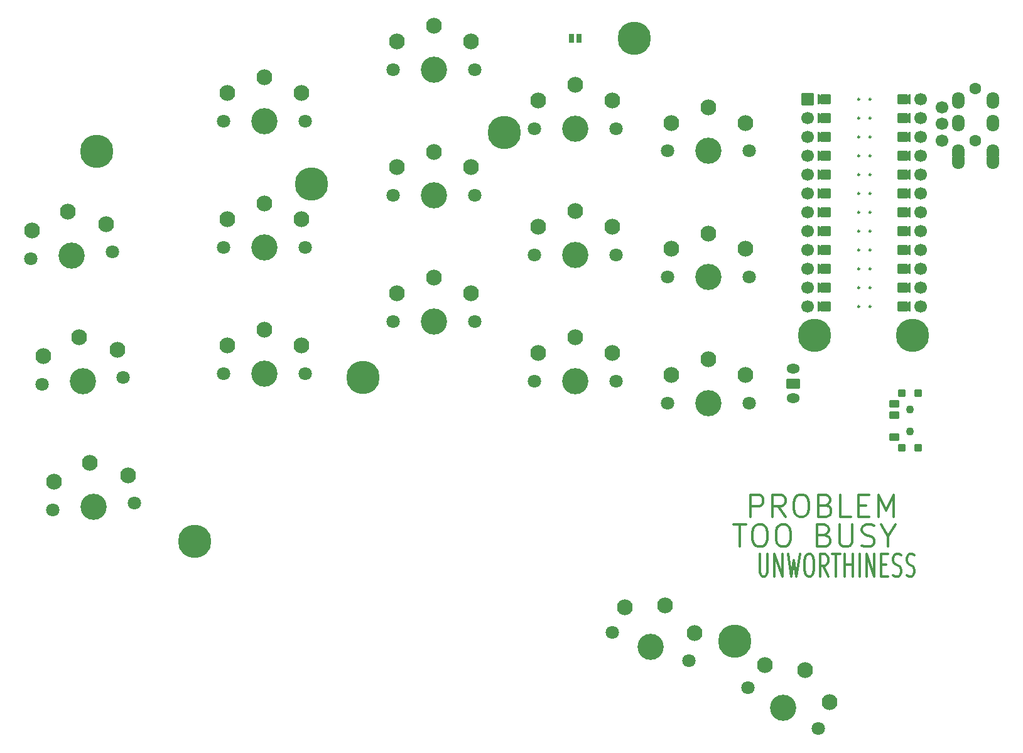
<source format=gts>
G04 #@! TF.GenerationSoftware,KiCad,Pcbnew,(6.0.4)*
G04 #@! TF.CreationDate,2022-07-01T15:58:50-05:00*
G04 #@! TF.ProjectId,om,6f6d2e6b-6963-4616-945f-706362585858,v1.0.0*
G04 #@! TF.SameCoordinates,Original*
G04 #@! TF.FileFunction,Soldermask,Top*
G04 #@! TF.FilePolarity,Negative*
%FSLAX46Y46*%
G04 Gerber Fmt 4.6, Leading zero omitted, Abs format (unit mm)*
G04 Created by KiCad (PCBNEW (6.0.4)) date 2022-07-01 15:58:50*
%MOMM*%
%LPD*%
G01*
G04 APERTURE LIST*
G04 Aperture macros list*
%AMRoundRect*
0 Rectangle with rounded corners*
0 $1 Rounding radius*
0 $2 $3 $4 $5 $6 $7 $8 $9 X,Y pos of 4 corners*
0 Add a 4 corners polygon primitive as box body*
4,1,4,$2,$3,$4,$5,$6,$7,$8,$9,$2,$3,0*
0 Add four circle primitives for the rounded corners*
1,1,$1+$1,$2,$3*
1,1,$1+$1,$4,$5*
1,1,$1+$1,$6,$7*
1,1,$1+$1,$8,$9*
0 Add four rect primitives between the rounded corners*
20,1,$1+$1,$2,$3,$4,$5,0*
20,1,$1+$1,$4,$5,$6,$7,0*
20,1,$1+$1,$6,$7,$8,$9,0*
20,1,$1+$1,$8,$9,$2,$3,0*%
%AMFreePoly0*
4,1,14,0.635355,0.435355,0.650000,0.400000,0.650000,0.200000,0.635355,0.164645,0.035355,-0.435355,0.000000,-0.450000,-0.035355,-0.435355,-0.635355,0.164645,-0.650000,0.200000,-0.650000,0.400000,-0.635355,0.435355,-0.600000,0.450000,0.600000,0.450000,0.635355,0.435355,0.635355,0.435355,$1*%
%AMFreePoly1*
4,1,16,0.635355,1.035355,0.650000,1.000000,0.650000,-0.250000,0.635355,-0.285355,0.600000,-0.300000,-0.600000,-0.300000,-0.635355,-0.285355,-0.650000,-0.250000,-0.650000,1.000000,-0.635355,1.035355,-0.600000,1.050000,-0.564645,1.035355,0.000000,0.470710,0.564645,1.035355,0.600000,1.050000,0.635355,1.035355,0.635355,1.035355,$1*%
G04 Aperture macros list end*
%ADD10C,0.300000*%
%ADD11C,0.250000*%
%ADD12C,0.100000*%
%ADD13C,1.100000*%
%ADD14RoundRect,0.050000X-0.450000X0.450000X-0.450000X-0.450000X0.450000X-0.450000X0.450000X0.450000X0*%
%ADD15RoundRect,0.050000X-0.625000X0.450000X-0.625000X-0.450000X0.625000X-0.450000X0.625000X0.450000X0*%
%ADD16C,1.801800*%
%ADD17C,3.529000*%
%ADD18C,2.132000*%
%ADD19RoundRect,0.050000X0.850000X-0.600000X0.850000X0.600000X-0.850000X0.600000X-0.850000X-0.600000X0*%
%ADD20O,1.800000X1.300000*%
%ADD21C,4.500000*%
%ADD22C,1.600000*%
%ADD23O,1.700000X2.300000*%
%ADD24FreePoly0,90.000000*%
%ADD25C,1.700000*%
%ADD26FreePoly0,270.000000*%
%ADD27RoundRect,0.050000X-0.800000X0.800000X-0.800000X-0.800000X0.800000X-0.800000X0.800000X0.800000X0*%
%ADD28FreePoly1,270.000000*%
%ADD29FreePoly1,90.000000*%
%ADD30RoundRect,0.050000X-0.317500X-0.571500X0.317500X-0.571500X0.317500X0.571500X-0.317500X0.571500X0*%
G04 APERTURE END LIST*
D10*
X240816161Y-169956449D02*
X240816161Y-166956449D01*
X241959019Y-166956449D01*
X242244733Y-167099307D01*
X242387590Y-167242164D01*
X242530447Y-167527878D01*
X242530447Y-167956449D01*
X242387590Y-168242164D01*
X242244733Y-168385021D01*
X241959019Y-168527878D01*
X240816161Y-168527878D01*
X245530447Y-169956449D02*
X244530447Y-168527878D01*
X243816161Y-169956449D02*
X243816161Y-166956449D01*
X244959019Y-166956449D01*
X245244733Y-167099307D01*
X245387590Y-167242164D01*
X245530447Y-167527878D01*
X245530447Y-167956449D01*
X245387590Y-168242164D01*
X245244733Y-168385021D01*
X244959019Y-168527878D01*
X243816161Y-168527878D01*
X247387590Y-166956449D02*
X247959019Y-166956449D01*
X248244733Y-167099307D01*
X248530447Y-167385021D01*
X248673304Y-167956449D01*
X248673304Y-168956449D01*
X248530447Y-169527878D01*
X248244733Y-169813592D01*
X247959019Y-169956449D01*
X247387590Y-169956449D01*
X247101876Y-169813592D01*
X246816161Y-169527878D01*
X246673304Y-168956449D01*
X246673304Y-167956449D01*
X246816161Y-167385021D01*
X247101876Y-167099307D01*
X247387590Y-166956449D01*
X250959019Y-168385021D02*
X251387590Y-168527878D01*
X251530447Y-168670735D01*
X251673304Y-168956449D01*
X251673304Y-169385021D01*
X251530447Y-169670735D01*
X251387590Y-169813592D01*
X251101876Y-169956449D01*
X249959019Y-169956449D01*
X249959019Y-166956449D01*
X250959019Y-166956449D01*
X251244733Y-167099307D01*
X251387590Y-167242164D01*
X251530447Y-167527878D01*
X251530447Y-167813592D01*
X251387590Y-168099307D01*
X251244733Y-168242164D01*
X250959019Y-168385021D01*
X249959019Y-168385021D01*
X254387590Y-169956449D02*
X252959019Y-169956449D01*
X252959019Y-166956449D01*
X255387590Y-168385021D02*
X256387590Y-168385021D01*
X256816161Y-169956449D02*
X255387590Y-169956449D01*
X255387590Y-166956449D01*
X256816161Y-166956449D01*
X258101876Y-169956449D02*
X258101876Y-166956449D01*
X259101876Y-169099307D01*
X260101876Y-166956449D01*
X260101876Y-169956449D01*
X238530447Y-170956449D02*
X240244733Y-170956449D01*
X239387590Y-173956449D02*
X239387590Y-170956449D01*
X241816161Y-170956449D02*
X242387590Y-170956449D01*
X242673304Y-171099307D01*
X242959019Y-171385021D01*
X243101876Y-171956449D01*
X243101876Y-172956449D01*
X242959019Y-173527878D01*
X242673304Y-173813592D01*
X242387590Y-173956449D01*
X241816161Y-173956449D01*
X241530447Y-173813592D01*
X241244733Y-173527878D01*
X241101876Y-172956449D01*
X241101876Y-171956449D01*
X241244733Y-171385021D01*
X241530447Y-171099307D01*
X241816161Y-170956449D01*
X244959019Y-170956449D02*
X245530447Y-170956449D01*
X245816161Y-171099307D01*
X246101876Y-171385021D01*
X246244733Y-171956449D01*
X246244733Y-172956449D01*
X246101876Y-173527878D01*
X245816161Y-173813592D01*
X245530447Y-173956449D01*
X244959019Y-173956449D01*
X244673304Y-173813592D01*
X244387590Y-173527878D01*
X244244733Y-172956449D01*
X244244733Y-171956449D01*
X244387590Y-171385021D01*
X244673304Y-171099307D01*
X244959019Y-170956449D01*
X250816161Y-172385021D02*
X251244733Y-172527878D01*
X251387590Y-172670735D01*
X251530447Y-172956449D01*
X251530447Y-173385021D01*
X251387590Y-173670735D01*
X251244733Y-173813592D01*
X250959019Y-173956449D01*
X249816161Y-173956449D01*
X249816161Y-170956449D01*
X250816161Y-170956449D01*
X251101876Y-171099307D01*
X251244733Y-171242164D01*
X251387590Y-171527878D01*
X251387590Y-171813592D01*
X251244733Y-172099307D01*
X251101876Y-172242164D01*
X250816161Y-172385021D01*
X249816161Y-172385021D01*
X252816161Y-170956449D02*
X252816161Y-173385021D01*
X252959019Y-173670735D01*
X253101876Y-173813592D01*
X253387590Y-173956449D01*
X253959019Y-173956449D01*
X254244733Y-173813592D01*
X254387590Y-173670735D01*
X254530447Y-173385021D01*
X254530447Y-170956449D01*
X255816161Y-173813592D02*
X256244733Y-173956449D01*
X256959019Y-173956449D01*
X257244733Y-173813592D01*
X257387590Y-173670735D01*
X257530447Y-173385021D01*
X257530447Y-173099307D01*
X257387590Y-172813592D01*
X257244733Y-172670735D01*
X256959019Y-172527878D01*
X256387590Y-172385021D01*
X256101876Y-172242164D01*
X255959019Y-172099307D01*
X255816161Y-171813592D01*
X255816161Y-171527878D01*
X255959019Y-171242164D01*
X256101876Y-171099307D01*
X256387590Y-170956449D01*
X257101876Y-170956449D01*
X257530447Y-171099307D01*
X259387590Y-172527878D02*
X259387590Y-173956449D01*
X258387590Y-170956449D02*
X259387590Y-172527878D01*
X260387590Y-170956449D01*
X242054257Y-174956449D02*
X242054257Y-177385021D01*
X242144733Y-177670735D01*
X242235209Y-177813592D01*
X242416161Y-177956449D01*
X242778066Y-177956449D01*
X242959019Y-177813592D01*
X243049495Y-177670735D01*
X243139971Y-177385021D01*
X243139971Y-174956449D01*
X244044733Y-177956449D02*
X244044733Y-174956449D01*
X245130447Y-177956449D01*
X245130447Y-174956449D01*
X245854257Y-174956449D02*
X246306638Y-177956449D01*
X246668542Y-175813592D01*
X247030447Y-177956449D01*
X247482828Y-174956449D01*
X248568542Y-174956449D02*
X248930447Y-174956449D01*
X249111399Y-175099307D01*
X249292352Y-175385021D01*
X249382828Y-175956449D01*
X249382828Y-176956449D01*
X249292352Y-177527878D01*
X249111399Y-177813592D01*
X248930447Y-177956449D01*
X248568542Y-177956449D01*
X248387590Y-177813592D01*
X248206638Y-177527878D01*
X248116161Y-176956449D01*
X248116161Y-175956449D01*
X248206638Y-175385021D01*
X248387590Y-175099307D01*
X248568542Y-174956449D01*
X251282828Y-177956449D02*
X250649495Y-176527878D01*
X250197114Y-177956449D02*
X250197114Y-174956449D01*
X250920923Y-174956449D01*
X251101876Y-175099307D01*
X251192352Y-175242164D01*
X251282828Y-175527878D01*
X251282828Y-175956449D01*
X251192352Y-176242164D01*
X251101876Y-176385021D01*
X250920923Y-176527878D01*
X250197114Y-176527878D01*
X251825685Y-174956449D02*
X252911399Y-174956449D01*
X252368542Y-177956449D02*
X252368542Y-174956449D01*
X253544733Y-177956449D02*
X253544733Y-174956449D01*
X253544733Y-176385021D02*
X254630447Y-176385021D01*
X254630447Y-177956449D02*
X254630447Y-174956449D01*
X255535209Y-177956449D02*
X255535209Y-174956449D01*
X256439971Y-177956449D02*
X256439971Y-174956449D01*
X257525685Y-177956449D01*
X257525685Y-174956449D01*
X258430447Y-176385021D02*
X259063780Y-176385021D01*
X259335209Y-177956449D02*
X258430447Y-177956449D01*
X258430447Y-174956449D01*
X259335209Y-174956449D01*
X260059019Y-177813592D02*
X260330447Y-177956449D01*
X260782828Y-177956449D01*
X260963780Y-177813592D01*
X261054257Y-177670735D01*
X261144733Y-177385021D01*
X261144733Y-177099307D01*
X261054257Y-176813592D01*
X260963780Y-176670735D01*
X260782828Y-176527878D01*
X260420923Y-176385021D01*
X260239971Y-176242164D01*
X260149495Y-176099307D01*
X260059019Y-175813592D01*
X260059019Y-175527878D01*
X260149495Y-175242164D01*
X260239971Y-175099307D01*
X260420923Y-174956449D01*
X260873304Y-174956449D01*
X261144733Y-175099307D01*
X261868542Y-177813592D02*
X262139971Y-177956449D01*
X262592352Y-177956449D01*
X262773304Y-177813592D01*
X262863780Y-177670735D01*
X262954257Y-177385021D01*
X262954257Y-177099307D01*
X262863780Y-176813592D01*
X262773304Y-176670735D01*
X262592352Y-176527878D01*
X262230447Y-176385021D01*
X262049495Y-176242164D01*
X261959019Y-176099307D01*
X261868542Y-175813592D01*
X261868542Y-175527878D01*
X261959019Y-175242164D01*
X262049495Y-175099307D01*
X262230447Y-174956449D01*
X262682828Y-174956449D01*
X262954257Y-175099307D01*
D11*
X257057000Y-133970000D02*
G75*
G03*
X257057000Y-133970000I-125000J0D01*
G01*
X255533000Y-118730000D02*
G75*
G03*
X255533000Y-118730000I-125000J0D01*
G01*
X255533000Y-126350000D02*
G75*
G03*
X255533000Y-126350000I-125000J0D01*
G01*
X257057000Y-123810000D02*
G75*
G03*
X257057000Y-123810000I-125000J0D01*
G01*
X257057000Y-116190000D02*
G75*
G03*
X257057000Y-116190000I-125000J0D01*
G01*
X255533000Y-121270000D02*
G75*
G03*
X255533000Y-121270000I-125000J0D01*
G01*
X257057000Y-118730000D02*
G75*
G03*
X257057000Y-118730000I-125000J0D01*
G01*
X257057000Y-128890000D02*
G75*
G03*
X257057000Y-128890000I-125000J0D01*
G01*
X257057000Y-136510000D02*
G75*
G03*
X257057000Y-136510000I-125000J0D01*
G01*
X257057000Y-131430000D02*
G75*
G03*
X257057000Y-131430000I-125000J0D01*
G01*
X257057000Y-139050000D02*
G75*
G03*
X257057000Y-139050000I-125000J0D01*
G01*
X255533000Y-123810000D02*
G75*
G03*
X255533000Y-123810000I-125000J0D01*
G01*
X255533000Y-141590000D02*
G75*
G03*
X255533000Y-141590000I-125000J0D01*
G01*
X255533000Y-131430000D02*
G75*
G03*
X255533000Y-131430000I-125000J0D01*
G01*
X255533000Y-133970000D02*
G75*
G03*
X255533000Y-133970000I-125000J0D01*
G01*
X255533000Y-116190000D02*
G75*
G03*
X255533000Y-116190000I-125000J0D01*
G01*
X257057000Y-113650000D02*
G75*
G03*
X257057000Y-113650000I-125000J0D01*
G01*
X255533000Y-113650000D02*
G75*
G03*
X255533000Y-113650000I-125000J0D01*
G01*
X257057000Y-141590000D02*
G75*
G03*
X257057000Y-141590000I-125000J0D01*
G01*
X257057000Y-126350000D02*
G75*
G03*
X257057000Y-126350000I-125000J0D01*
G01*
X255533000Y-136510000D02*
G75*
G03*
X255533000Y-136510000I-125000J0D01*
G01*
X255533000Y-139050000D02*
G75*
G03*
X255533000Y-139050000I-125000J0D01*
G01*
X257057000Y-121270000D02*
G75*
G03*
X257057000Y-121270000I-125000J0D01*
G01*
X255533000Y-128890000D02*
G75*
G03*
X255533000Y-128890000I-125000J0D01*
G01*
G36*
X262266000Y-139558000D02*
G01*
X261250000Y-139558000D01*
X261250000Y-138542000D01*
X262266000Y-138542000D01*
X262266000Y-139558000D01*
G37*
D12*
X262266000Y-139558000D02*
X261250000Y-139558000D01*
X261250000Y-138542000D01*
X262266000Y-138542000D01*
X262266000Y-139558000D01*
G36*
X251090000Y-129398000D02*
G01*
X250074000Y-129398000D01*
X250074000Y-128382000D01*
X251090000Y-128382000D01*
X251090000Y-129398000D01*
G37*
X251090000Y-129398000D02*
X250074000Y-129398000D01*
X250074000Y-128382000D01*
X251090000Y-128382000D01*
X251090000Y-129398000D01*
G36*
X262266000Y-134478000D02*
G01*
X261250000Y-134478000D01*
X261250000Y-133462000D01*
X262266000Y-133462000D01*
X262266000Y-134478000D01*
G37*
X262266000Y-134478000D02*
X261250000Y-134478000D01*
X261250000Y-133462000D01*
X262266000Y-133462000D01*
X262266000Y-134478000D01*
G36*
X251090000Y-139558000D02*
G01*
X250074000Y-139558000D01*
X250074000Y-138542000D01*
X251090000Y-138542000D01*
X251090000Y-139558000D01*
G37*
X251090000Y-139558000D02*
X250074000Y-139558000D01*
X250074000Y-138542000D01*
X251090000Y-138542000D01*
X251090000Y-139558000D01*
G36*
X262266000Y-131938000D02*
G01*
X261250000Y-131938000D01*
X261250000Y-130922000D01*
X262266000Y-130922000D01*
X262266000Y-131938000D01*
G37*
X262266000Y-131938000D02*
X261250000Y-131938000D01*
X261250000Y-130922000D01*
X262266000Y-130922000D01*
X262266000Y-131938000D01*
G36*
X262266000Y-129398000D02*
G01*
X261250000Y-129398000D01*
X261250000Y-128382000D01*
X262266000Y-128382000D01*
X262266000Y-129398000D01*
G37*
X262266000Y-129398000D02*
X261250000Y-129398000D01*
X261250000Y-128382000D01*
X262266000Y-128382000D01*
X262266000Y-129398000D01*
G36*
X262266000Y-119238000D02*
G01*
X261250000Y-119238000D01*
X261250000Y-118222000D01*
X262266000Y-118222000D01*
X262266000Y-119238000D01*
G37*
X262266000Y-119238000D02*
X261250000Y-119238000D01*
X261250000Y-118222000D01*
X262266000Y-118222000D01*
X262266000Y-119238000D01*
G36*
X251090000Y-119238000D02*
G01*
X250074000Y-119238000D01*
X250074000Y-118222000D01*
X251090000Y-118222000D01*
X251090000Y-119238000D01*
G37*
X251090000Y-119238000D02*
X250074000Y-119238000D01*
X250074000Y-118222000D01*
X251090000Y-118222000D01*
X251090000Y-119238000D01*
G36*
X251090000Y-116698000D02*
G01*
X250074000Y-116698000D01*
X250074000Y-115682000D01*
X251090000Y-115682000D01*
X251090000Y-116698000D01*
G37*
X251090000Y-116698000D02*
X250074000Y-116698000D01*
X250074000Y-115682000D01*
X251090000Y-115682000D01*
X251090000Y-116698000D01*
G36*
X251090000Y-134478000D02*
G01*
X250074000Y-134478000D01*
X250074000Y-133462000D01*
X251090000Y-133462000D01*
X251090000Y-134478000D01*
G37*
X251090000Y-134478000D02*
X250074000Y-134478000D01*
X250074000Y-133462000D01*
X251090000Y-133462000D01*
X251090000Y-134478000D01*
G36*
X251090000Y-126858000D02*
G01*
X250074000Y-126858000D01*
X250074000Y-125842000D01*
X251090000Y-125842000D01*
X251090000Y-126858000D01*
G37*
X251090000Y-126858000D02*
X250074000Y-126858000D01*
X250074000Y-125842000D01*
X251090000Y-125842000D01*
X251090000Y-126858000D01*
G36*
X262266000Y-124318000D02*
G01*
X261250000Y-124318000D01*
X261250000Y-123302000D01*
X262266000Y-123302000D01*
X262266000Y-124318000D01*
G37*
X262266000Y-124318000D02*
X261250000Y-124318000D01*
X261250000Y-123302000D01*
X262266000Y-123302000D01*
X262266000Y-124318000D01*
G36*
X251090000Y-124318000D02*
G01*
X250074000Y-124318000D01*
X250074000Y-123302000D01*
X251090000Y-123302000D01*
X251090000Y-124318000D01*
G37*
X251090000Y-124318000D02*
X250074000Y-124318000D01*
X250074000Y-123302000D01*
X251090000Y-123302000D01*
X251090000Y-124318000D01*
G36*
X251090000Y-142098000D02*
G01*
X250074000Y-142098000D01*
X250074000Y-141082000D01*
X251090000Y-141082000D01*
X251090000Y-142098000D01*
G37*
X251090000Y-142098000D02*
X250074000Y-142098000D01*
X250074000Y-141082000D01*
X251090000Y-141082000D01*
X251090000Y-142098000D01*
G36*
X262266000Y-116698000D02*
G01*
X261250000Y-116698000D01*
X261250000Y-115682000D01*
X262266000Y-115682000D01*
X262266000Y-116698000D01*
G37*
X262266000Y-116698000D02*
X261250000Y-116698000D01*
X261250000Y-115682000D01*
X262266000Y-115682000D01*
X262266000Y-116698000D01*
G36*
X262266000Y-137018000D02*
G01*
X261250000Y-137018000D01*
X261250000Y-136002000D01*
X262266000Y-136002000D01*
X262266000Y-137018000D01*
G37*
X262266000Y-137018000D02*
X261250000Y-137018000D01*
X261250000Y-136002000D01*
X262266000Y-136002000D01*
X262266000Y-137018000D01*
G36*
X262266000Y-142098000D02*
G01*
X261250000Y-142098000D01*
X261250000Y-141082000D01*
X262266000Y-141082000D01*
X262266000Y-142098000D01*
G37*
X262266000Y-142098000D02*
X261250000Y-142098000D01*
X261250000Y-141082000D01*
X262266000Y-141082000D01*
X262266000Y-142098000D01*
G36*
X251090000Y-114158000D02*
G01*
X250074000Y-114158000D01*
X250074000Y-113142000D01*
X251090000Y-113142000D01*
X251090000Y-114158000D01*
G37*
X251090000Y-114158000D02*
X250074000Y-114158000D01*
X250074000Y-113142000D01*
X251090000Y-113142000D01*
X251090000Y-114158000D01*
G36*
X262266000Y-121778000D02*
G01*
X261250000Y-121778000D01*
X261250000Y-120762000D01*
X262266000Y-120762000D01*
X262266000Y-121778000D01*
G37*
X262266000Y-121778000D02*
X261250000Y-121778000D01*
X261250000Y-120762000D01*
X262266000Y-120762000D01*
X262266000Y-121778000D01*
G36*
X262266000Y-126858000D02*
G01*
X261250000Y-126858000D01*
X261250000Y-125842000D01*
X262266000Y-125842000D01*
X262266000Y-126858000D01*
G37*
X262266000Y-126858000D02*
X261250000Y-126858000D01*
X261250000Y-125842000D01*
X262266000Y-125842000D01*
X262266000Y-126858000D01*
G36*
X251090000Y-121778000D02*
G01*
X250074000Y-121778000D01*
X250074000Y-120762000D01*
X251090000Y-120762000D01*
X251090000Y-121778000D01*
G37*
X251090000Y-121778000D02*
X250074000Y-121778000D01*
X250074000Y-120762000D01*
X251090000Y-120762000D01*
X251090000Y-121778000D01*
G36*
X251090000Y-131938000D02*
G01*
X250074000Y-131938000D01*
X250074000Y-130922000D01*
X251090000Y-130922000D01*
X251090000Y-131938000D01*
G37*
X251090000Y-131938000D02*
X250074000Y-131938000D01*
X250074000Y-130922000D01*
X251090000Y-130922000D01*
X251090000Y-131938000D01*
G36*
X251090000Y-137018000D02*
G01*
X250074000Y-137018000D01*
X250074000Y-136002000D01*
X251090000Y-136002000D01*
X251090000Y-137018000D01*
G37*
X251090000Y-137018000D02*
X250074000Y-137018000D01*
X250074000Y-136002000D01*
X251090000Y-136002000D01*
X251090000Y-137018000D01*
G36*
X262266000Y-114158000D02*
G01*
X261250000Y-114158000D01*
X261250000Y-113142000D01*
X262266000Y-113142000D01*
X262266000Y-114158000D01*
G37*
X262266000Y-114158000D02*
X261250000Y-114158000D01*
X261250000Y-113142000D01*
X262266000Y-113142000D01*
X262266000Y-114158000D01*
D13*
X262310000Y-158460000D03*
D14*
X263410000Y-153260000D03*
D13*
X262310000Y-155460000D03*
D14*
X261210000Y-153260000D03*
X261210000Y-160660000D03*
X263410000Y-160660000D03*
D15*
X260235000Y-159210000D03*
X260235000Y-156210000D03*
X260235000Y-154710000D03*
D16*
X240670000Y-120620000D03*
X229670000Y-120620000D03*
D17*
X235170000Y-120620000D03*
D18*
X230170000Y-116820000D03*
X240170000Y-116820000D03*
X235170000Y-114720000D03*
X235170000Y-114720000D03*
D19*
X246600000Y-151955000D03*
D20*
X246600000Y-153955000D03*
X246600000Y-149955000D03*
D21*
X207645000Y-118122216D03*
X181622216Y-125095000D03*
X188595000Y-151117784D03*
X238660000Y-186710000D03*
D17*
X149303719Y-134703502D03*
D16*
X154782790Y-134224145D03*
X143824648Y-135182859D03*
D18*
X143991554Y-131353741D03*
X153953501Y-130482183D03*
X148789500Y-128825953D03*
X148789500Y-128825953D03*
D22*
X271160000Y-112220000D03*
X271160000Y-119220000D03*
D23*
X273460000Y-121920000D03*
X268860000Y-121920000D03*
X268860000Y-120820000D03*
X273460000Y-120820000D03*
X268860000Y-116820000D03*
X273460000Y-116820000D03*
X268860000Y-113820000D03*
X273460000Y-113820000D03*
D17*
X235170000Y-137620000D03*
D16*
X229670000Y-137620000D03*
X240670000Y-137620000D03*
D18*
X240170000Y-133820000D03*
X230170000Y-133820000D03*
X235170000Y-131720000D03*
X235170000Y-131720000D03*
D21*
X262660000Y-145460000D03*
D16*
X222151158Y-185565252D03*
X232487776Y-189327474D03*
D17*
X227319467Y-187446363D03*
D18*
X223920680Y-182165430D03*
X233317607Y-185585632D03*
X229337386Y-181902177D03*
X229337386Y-181902177D03*
D21*
X249410000Y-145460000D03*
D16*
X146787943Y-169053479D03*
X157746085Y-168094765D03*
D17*
X152267014Y-168574122D03*
D18*
X146954849Y-165224361D03*
X156916796Y-164352803D03*
X151752795Y-162696573D03*
X151752795Y-162696573D03*
D16*
X169760000Y-116620000D03*
D17*
X175260000Y-116620000D03*
D16*
X180760000Y-116620000D03*
D18*
X170260000Y-112820000D03*
X180260000Y-112820000D03*
X175260000Y-110720000D03*
X175260000Y-110720000D03*
D24*
X250328000Y-113650000D03*
D25*
X248550000Y-113650000D03*
X263790000Y-113650000D03*
X263790000Y-121270000D03*
D26*
X262012000Y-139050000D03*
D25*
X263790000Y-131430000D03*
X263790000Y-139050000D03*
D26*
X262012000Y-116190000D03*
D25*
X248550000Y-118730000D03*
X263790000Y-123810000D03*
D26*
X262012000Y-121270000D03*
D24*
X250328000Y-136510000D03*
X250328000Y-131430000D03*
D26*
X262012000Y-123810000D03*
D25*
X248550000Y-126350000D03*
X248550000Y-131430000D03*
X248550000Y-116190000D03*
X263790000Y-133970000D03*
D26*
X262012000Y-113650000D03*
X262012000Y-136510000D03*
D25*
X263790000Y-128890000D03*
D26*
X262012000Y-141590000D03*
X262012000Y-128890000D03*
X262012000Y-131430000D03*
D25*
X263790000Y-126350000D03*
D27*
X248550000Y-113650000D03*
D26*
X262012000Y-133970000D03*
D24*
X250328000Y-123810000D03*
X250328000Y-118730000D03*
D25*
X263790000Y-141590000D03*
D24*
X250328000Y-133970000D03*
D25*
X248550000Y-139050000D03*
D24*
X250328000Y-116190000D03*
D25*
X248550000Y-136510000D03*
X263790000Y-116190000D03*
X248550000Y-121270000D03*
D26*
X262012000Y-118730000D03*
D24*
X250328000Y-126350000D03*
D25*
X263790000Y-118730000D03*
D24*
X250328000Y-139050000D03*
X250328000Y-141590000D03*
D26*
X262012000Y-126350000D03*
D25*
X248550000Y-133970000D03*
D24*
X250328000Y-128890000D03*
D25*
X248550000Y-128890000D03*
X248550000Y-141590000D03*
X248550000Y-123810000D03*
D24*
X250328000Y-121270000D03*
D25*
X263790000Y-136510000D03*
D28*
X260996000Y-113650000D03*
X260996000Y-116190000D03*
X260996000Y-118730000D03*
X260996000Y-121270000D03*
X260996000Y-123810000D03*
X260996000Y-126350000D03*
X260996000Y-128890000D03*
X260996000Y-131430000D03*
X260996000Y-133970000D03*
X260996000Y-136510000D03*
X260996000Y-139050000D03*
X260996000Y-141590000D03*
D29*
X251344000Y-141590000D03*
X251344000Y-139050000D03*
X251344000Y-136510000D03*
X251344000Y-133970000D03*
X251344000Y-131430000D03*
X251344000Y-128890000D03*
X251344000Y-126350000D03*
X251344000Y-123810000D03*
X251344000Y-121270000D03*
X251344000Y-118730000D03*
X251344000Y-116190000D03*
X251344000Y-113650000D03*
D17*
X175260000Y-133620000D03*
D16*
X169760000Y-133620000D03*
X180760000Y-133620000D03*
D18*
X170260000Y-129820000D03*
X180260000Y-129820000D03*
X175260000Y-127720000D03*
X175260000Y-127720000D03*
D16*
X240670000Y-154620000D03*
X229670000Y-154620000D03*
D17*
X235170000Y-154620000D03*
D18*
X230170000Y-150820000D03*
X240170000Y-150820000D03*
X235170000Y-148720000D03*
X235170000Y-148720000D03*
D21*
X225160000Y-105460000D03*
D16*
X240453823Y-192960070D03*
D17*
X245216963Y-195710070D03*
D16*
X249980103Y-198460070D03*
D18*
X251447090Y-194919173D03*
X242786836Y-189919173D03*
X248166963Y-190600520D03*
X248166963Y-190600520D03*
D17*
X217170000Y-134620000D03*
D16*
X211670000Y-134620000D03*
X222670000Y-134620000D03*
D18*
X222170000Y-130820000D03*
X212170000Y-130820000D03*
X217170000Y-128720000D03*
X217170000Y-128720000D03*
D21*
X165910000Y-173210000D03*
D25*
X266660000Y-116960000D03*
D16*
X211670000Y-117620000D03*
X222670000Y-117620000D03*
D17*
X217170000Y-117620000D03*
D18*
X212170000Y-113820000D03*
X222170000Y-113820000D03*
X217170000Y-111720000D03*
X217170000Y-111720000D03*
D17*
X198120000Y-126620000D03*
D16*
X203620000Y-126620000D03*
X192620000Y-126620000D03*
D18*
X203120000Y-122820000D03*
X193120000Y-122820000D03*
X198120000Y-120720000D03*
X198120000Y-120720000D03*
D25*
X266660000Y-114710000D03*
D16*
X203620000Y-109620000D03*
D17*
X198120000Y-109620000D03*
D16*
X192620000Y-109620000D03*
D18*
X203120000Y-105820000D03*
X193120000Y-105820000D03*
X198120000Y-103720000D03*
X198120000Y-103720000D03*
D16*
X211670000Y-151620000D03*
D17*
X217170000Y-151620000D03*
D16*
X222670000Y-151620000D03*
D18*
X212170000Y-147820000D03*
X222170000Y-147820000D03*
X217170000Y-145720000D03*
X217170000Y-145720000D03*
D25*
X266660000Y-119210000D03*
D16*
X145306295Y-152118169D03*
X156264437Y-151159455D03*
D17*
X150785366Y-151638812D03*
D18*
X155435148Y-147417493D03*
X145473201Y-148289051D03*
X150271147Y-145761263D03*
X150271147Y-145761263D03*
D21*
X152660000Y-120710000D03*
D17*
X175260000Y-150620000D03*
D16*
X180760000Y-150620000D03*
X169760000Y-150620000D03*
D18*
X180260000Y-146820000D03*
X170260000Y-146820000D03*
X175260000Y-144720000D03*
X175260000Y-144720000D03*
D30*
X216659620Y-105460000D03*
X217660380Y-105460000D03*
D17*
X198120000Y-143620000D03*
D16*
X203620000Y-143620000D03*
X192620000Y-143620000D03*
D18*
X203120000Y-139820000D03*
X193120000Y-139820000D03*
X198120000Y-137720000D03*
X198120000Y-137720000D03*
D13*
X262297500Y-158460000D03*
X262297500Y-155460000D03*
M02*

</source>
